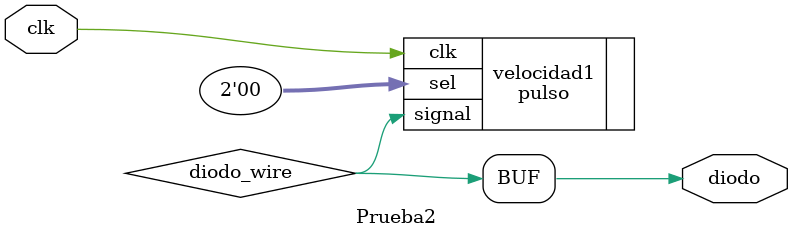
<source format=v>

module Prueba2(clk,diodo);
    input clk;
    output reg diodo;
    wire diodo_wire;

    pulso velocidad1(
        .clk(clk),
        .sel(2'd0),
        .signal(diodo_wire)
    );
    always @(*)begin
        diodo <= diodo_wire;
    end    
endmodule
</source>
